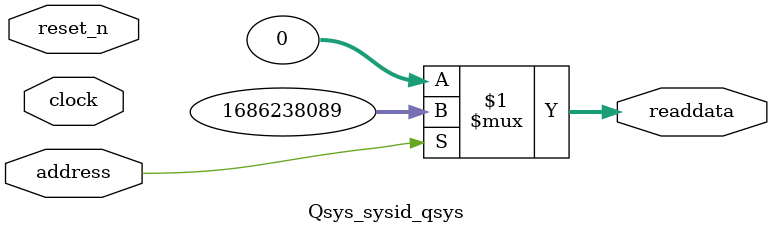
<source format=v>



// synthesis translate_off
`timescale 1ns / 1ps
// synthesis translate_on

// turn off superfluous verilog processor warnings 
// altera message_level Level1 
// altera message_off 10034 10035 10036 10037 10230 10240 10030 

module Qsys_sysid_qsys (
               // inputs:
                address,
                clock,
                reset_n,

               // outputs:
                readdata
             )
;

  output  [ 31: 0] readdata;
  input            address;
  input            clock;
  input            reset_n;

  wire    [ 31: 0] readdata;
  //control_slave, which is an e_avalon_slave
  assign readdata = address ? 1686238089 : 0;

endmodule



</source>
